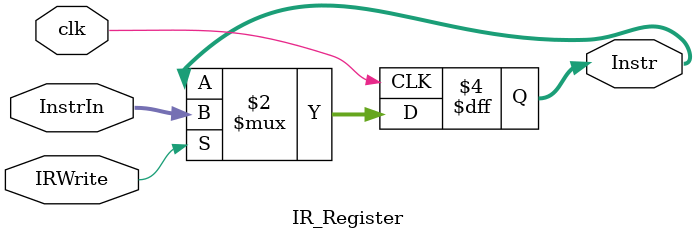
<source format=v>
module IR_Register (
    input clk,
    input IRWrite,    
    input [15:0] InstrIn,    
    output reg [15:0] Instr   
);
    always @(posedge clk) begin
        if (IRWrite)
            Instr <= InstrIn;
    end
endmodule
</source>
